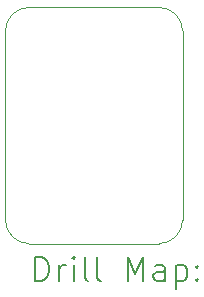
<source format=gbr>
%FSLAX45Y45*%
G04 Gerber Fmt 4.5, Leading zero omitted, Abs format (unit mm)*
G04 Created by KiCad (PCBNEW 6.0.1-79c1e3a40b~116~ubuntu20.04.1) date 2022-01-27 21:51:37*
%MOMM*%
%LPD*%
G01*
G04 APERTURE LIST*
%TA.AperFunction,Profile*%
%ADD10C,0.100000*%
%TD*%
%ADD11C,0.200000*%
G04 APERTURE END LIST*
D10*
X12650000Y-7150000D02*
G75*
G03*
X12850000Y-7350000I200000J0D01*
G01*
X13950000Y-7350000D02*
X12850000Y-7350000D01*
X12650000Y-7150000D02*
X12650000Y-5550000D01*
X14150000Y-5550000D02*
X14150000Y-7150000D01*
X13950000Y-7350000D02*
G75*
G03*
X14150000Y-7150000I0J200000D01*
G01*
X12850000Y-5350000D02*
G75*
G03*
X12650000Y-5550000I0J-200000D01*
G01*
X12850000Y-5350000D02*
X13950000Y-5350000D01*
X14150000Y-5550000D02*
G75*
G03*
X13950000Y-5350000I-200000J0D01*
G01*
D11*
X12902619Y-7665476D02*
X12902619Y-7465476D01*
X12950238Y-7465476D01*
X12978809Y-7475000D01*
X12997857Y-7494048D01*
X13007381Y-7513095D01*
X13016905Y-7551190D01*
X13016905Y-7579762D01*
X13007381Y-7617857D01*
X12997857Y-7636905D01*
X12978809Y-7655952D01*
X12950238Y-7665476D01*
X12902619Y-7665476D01*
X13102619Y-7665476D02*
X13102619Y-7532143D01*
X13102619Y-7570238D02*
X13112143Y-7551190D01*
X13121667Y-7541667D01*
X13140714Y-7532143D01*
X13159762Y-7532143D01*
X13226428Y-7665476D02*
X13226428Y-7532143D01*
X13226428Y-7465476D02*
X13216905Y-7475000D01*
X13226428Y-7484524D01*
X13235952Y-7475000D01*
X13226428Y-7465476D01*
X13226428Y-7484524D01*
X13350238Y-7665476D02*
X13331190Y-7655952D01*
X13321667Y-7636905D01*
X13321667Y-7465476D01*
X13455000Y-7665476D02*
X13435952Y-7655952D01*
X13426428Y-7636905D01*
X13426428Y-7465476D01*
X13683571Y-7665476D02*
X13683571Y-7465476D01*
X13750238Y-7608333D01*
X13816905Y-7465476D01*
X13816905Y-7665476D01*
X13997857Y-7665476D02*
X13997857Y-7560714D01*
X13988333Y-7541667D01*
X13969286Y-7532143D01*
X13931190Y-7532143D01*
X13912143Y-7541667D01*
X13997857Y-7655952D02*
X13978809Y-7665476D01*
X13931190Y-7665476D01*
X13912143Y-7655952D01*
X13902619Y-7636905D01*
X13902619Y-7617857D01*
X13912143Y-7598809D01*
X13931190Y-7589286D01*
X13978809Y-7589286D01*
X13997857Y-7579762D01*
X14093095Y-7532143D02*
X14093095Y-7732143D01*
X14093095Y-7541667D02*
X14112143Y-7532143D01*
X14150238Y-7532143D01*
X14169286Y-7541667D01*
X14178809Y-7551190D01*
X14188333Y-7570238D01*
X14188333Y-7627381D01*
X14178809Y-7646428D01*
X14169286Y-7655952D01*
X14150238Y-7665476D01*
X14112143Y-7665476D01*
X14093095Y-7655952D01*
X14274048Y-7646428D02*
X14283571Y-7655952D01*
X14274048Y-7665476D01*
X14264524Y-7655952D01*
X14274048Y-7646428D01*
X14274048Y-7665476D01*
X14274048Y-7541667D02*
X14283571Y-7551190D01*
X14274048Y-7560714D01*
X14264524Y-7551190D01*
X14274048Y-7541667D01*
X14274048Y-7560714D01*
M02*

</source>
